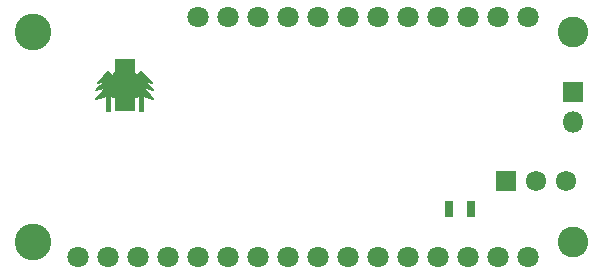
<source format=gbs>
G04 #@! TF.GenerationSoftware,KiCad,Pcbnew,(5.0.0-rc2-dev-444-g2974a2c10)*
G04 #@! TF.CreationDate,2019-09-13T20:51:01-07:00*
G04 #@! TF.ProjectId,Waveform_Gen_ADSR,57617665666F726D5F47656E5F414453,v00*
G04 #@! TF.SameCoordinates,Original*
G04 #@! TF.FileFunction,Soldermask,Bot*
G04 #@! TF.FilePolarity,Negative*
%FSLAX46Y46*%
G04 Gerber Fmt 4.6, Leading zero omitted, Abs format (unit mm)*
G04 Created by KiCad (PCBNEW (5.0.0-rc2-dev-444-g2974a2c10)) date 09/13/19 20:51:01*
%MOMM*%
%LPD*%
G01*
G04 APERTURE LIST*
%ADD10C,0.150000*%
%ADD11R,1.701600X1.301600*%
%ADD12O,1.801600X1.801600*%
%ADD13R,1.801600X1.801600*%
%ADD14C,1.721600*%
%ADD15R,1.721600X1.721600*%
%ADD16C,1.801600*%
%ADD17C,2.601600*%
%ADD18C,3.101600*%
%ADD19R,0.801600X1.401600*%
G04 APERTURE END LIST*
D10*
G36*
X104571600Y-101411400D02*
X104571600Y-103211400D01*
X106581600Y-103231400D01*
X106581600Y-101431400D01*
X104571600Y-101411400D01*
G37*
X104571600Y-101411400D02*
X104571600Y-103211400D01*
X106581600Y-103231400D01*
X106581600Y-101431400D01*
X104571600Y-101411400D01*
G36*
X106991600Y-101231400D02*
X106102600Y-102120400D01*
X106864600Y-101866400D01*
X105975600Y-102755400D01*
X106864600Y-102501400D01*
X105975600Y-103517400D01*
X106864600Y-103263400D01*
X106864600Y-104533400D01*
X107118600Y-104533400D01*
X107118600Y-103263400D01*
X108007600Y-103517400D01*
X107118600Y-102501400D01*
X108007600Y-102755400D01*
X107118600Y-101866400D01*
X107880600Y-102120400D01*
X106991600Y-101231400D01*
G37*
X106991600Y-101231400D02*
X106102600Y-102120400D01*
X106864600Y-101866400D01*
X105975600Y-102755400D01*
X106864600Y-102501400D01*
X105975600Y-103517400D01*
X106864600Y-103263400D01*
X106864600Y-104533400D01*
X107118600Y-104533400D01*
X107118600Y-103263400D01*
X108007600Y-103517400D01*
X107118600Y-102501400D01*
X108007600Y-102755400D01*
X107118600Y-101866400D01*
X107880600Y-102120400D01*
X106991600Y-101231400D01*
G36*
X105594600Y-100469400D02*
X104705600Y-101358400D01*
X105467600Y-101104400D01*
X104578600Y-101993400D01*
X105467600Y-101739400D01*
X104578600Y-102755400D01*
X105467600Y-102501400D01*
X105467600Y-103771400D01*
X105721600Y-103771400D01*
X105721600Y-102501400D01*
X106610600Y-102755400D01*
X105721600Y-101739400D01*
X106610600Y-101993400D01*
X105721600Y-101104400D01*
X106483600Y-101358400D01*
X105594600Y-100469400D01*
G37*
X105594600Y-100469400D02*
X104705600Y-101358400D01*
X105467600Y-101104400D01*
X104578600Y-101993400D01*
X105467600Y-101739400D01*
X104578600Y-102755400D01*
X105467600Y-102501400D01*
X105467600Y-103771400D01*
X105721600Y-103771400D01*
X105721600Y-102501400D01*
X106610600Y-102755400D01*
X105721600Y-101739400D01*
X106610600Y-101993400D01*
X105721600Y-101104400D01*
X106483600Y-101358400D01*
X105594600Y-100469400D01*
G36*
X104197600Y-101231400D02*
X103308600Y-102120400D01*
X104070600Y-101866400D01*
X103181600Y-102755400D01*
X104070600Y-102501400D01*
X103181600Y-103517400D01*
X104070600Y-103263400D01*
X104070600Y-104533400D01*
X104324600Y-104533400D01*
X104324600Y-103263400D01*
X105213600Y-103517400D01*
X104324600Y-102501400D01*
X105213600Y-102755400D01*
X104324600Y-101866400D01*
X105086600Y-102120400D01*
X104197600Y-101231400D01*
G37*
X104197600Y-101231400D02*
X103308600Y-102120400D01*
X104070600Y-101866400D01*
X103181600Y-102755400D01*
X104070600Y-102501400D01*
X103181600Y-103517400D01*
X104070600Y-103263400D01*
X104070600Y-104533400D01*
X104324600Y-104533400D01*
X104324600Y-103263400D01*
X105213600Y-103517400D01*
X104324600Y-102501400D01*
X105213600Y-102755400D01*
X104324600Y-101866400D01*
X105086600Y-102120400D01*
X104197600Y-101231400D01*
D11*
X105591600Y-100681400D03*
X105591600Y-103881400D03*
D12*
X143510000Y-105410000D03*
D13*
X143510000Y-102870000D03*
D14*
X142980000Y-110400000D03*
X140440000Y-110400000D03*
D15*
X137900000Y-110400000D03*
D16*
X101600000Y-116840000D03*
X104140000Y-116840000D03*
X106680000Y-116840000D03*
X109220000Y-116840000D03*
X111760000Y-116840000D03*
X114300000Y-116840000D03*
X116840000Y-116840000D03*
X119380000Y-116840000D03*
X121920000Y-116840000D03*
X124460000Y-116840000D03*
X127000000Y-116840000D03*
X129540000Y-116840000D03*
X132080000Y-116840000D03*
X134620000Y-116840000D03*
X137160000Y-116840000D03*
X139700000Y-116840000D03*
X111760000Y-96520000D03*
X114300000Y-96520000D03*
X116840000Y-96520000D03*
X119380000Y-96520000D03*
X121920000Y-96520000D03*
X124460000Y-96520000D03*
X127000000Y-96520000D03*
X129540000Y-96520000D03*
X132080000Y-96520000D03*
X134620000Y-96520000D03*
X137160000Y-96520000D03*
X139700000Y-96520000D03*
D17*
X143510000Y-97790000D03*
X143510000Y-115570000D03*
D18*
X97790000Y-115570000D03*
X97790000Y-97790000D03*
D19*
X134935000Y-112801400D03*
X133035000Y-112801400D03*
M02*

</source>
